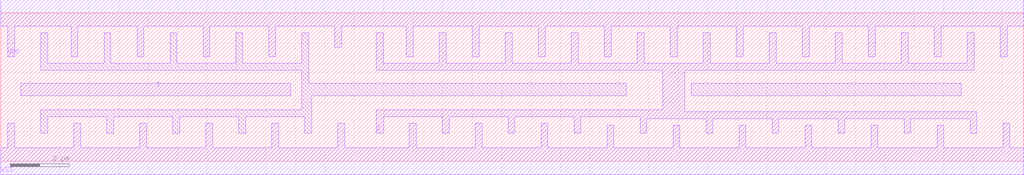
<source format=lef>
# Copyright 2022 GlobalFoundries PDK Authors
#
# Licensed under the Apache License, Version 2.0 (the "License");
# you may not use this file except in compliance with the License.
# You may obtain a copy of the License at
#
#      http://www.apache.org/licenses/LICENSE-2.0
#
# Unless required by applicable law or agreed to in writing, software
# distributed under the License is distributed on an "AS IS" BASIS,
# WITHOUT WARRANTIES OR CONDITIONS OF ANY KIND, either express or implied.
# See the License for the specific language governing permissions and
# limitations under the License.

MACRO gf180mcu_fd_sc_mcu9t5v0__clkbuf_20
  CLASS core ;
  FOREIGN gf180mcu_fd_sc_mcu9t5v0__clkbuf_20 0.0 0.0 ;
  ORIGIN 0 0 ;
  SYMMETRY X Y ;
  SITE GF018hv5v_green_sc9 ;
  SIZE 34.72 BY 5.04 ;
  PIN I
    DIRECTION INPUT ;
    ANTENNAGATEAREA 13.53 ;
    PORT
      LAYER METAL1 ;
        POLYGON 0.685 2.215 9.845 2.215 9.845 2.65 0.685 2.65  ;
    END
  END I
  PIN Z
    DIRECTION OUTPUT ;
    ANTENNADIFFAREA 15.506 ;
    PORT
      LAYER METAL1 ;
        POLYGON 12.745 3.09 21.225 3.09 22.465 3.09 22.465 1.745 12.745 1.745 12.745 0.945 13.005 0.945 13.005 1.515 14.985 1.515 14.985 0.945 15.215 0.945 15.215 1.515 17.225 1.515 17.225 0.945 17.455 0.945 17.455 1.515 19.465 1.515 19.465 0.945 19.695 0.945 19.695 1.515 21.705 1.515 21.705 0.945 21.935 0.945 21.935 1.445 23.945 1.445 23.945 0.945 24.175 0.945 24.175 1.445 26.185 1.445 26.185 0.945 26.415 0.945 26.415 1.445 28.425 1.445 28.425 0.945 28.655 0.945 28.655 1.445 30.665 1.445 30.665 0.945 30.895 0.945 30.895 1.445 32.905 1.445 32.905 0.945 33.135 0.945 33.135 1.675 23.215 1.675 23.215 3.09 32.605 3.09 33.035 3.09 33.035 4.36 32.805 4.36 32.805 3.32 32.605 3.32 30.795 3.32 30.795 4.36 30.565 4.36 30.565 3.32 28.555 3.32 28.555 4.36 28.325 4.36 28.325 3.32 26.315 3.32 26.315 4.36 26.085 4.36 26.085 3.32 24.075 3.32 24.075 4.36 23.845 4.36 23.845 3.32 21.835 3.32 21.835 4.36 21.605 4.36 21.605 3.32 21.225 3.32 19.595 3.32 19.595 4.36 19.365 4.36 19.365 3.32 17.355 3.32 17.355 4.36 17.125 4.36 17.125 3.32 15.115 3.32 15.115 4.36 14.885 4.36 14.885 3.32 12.975 3.32 12.975 4.36 12.745 4.36  ;
    END
  END Z
  PIN VDD
    DIRECTION INOUT ;
    USE power ;
    SHAPE ABUTMENT ;
    PORT
      LAYER METAL1 ;
        POLYGON 0 4.59 0.245 4.59 0.245 3.55 0.475 3.55 0.475 4.59 2.385 4.59 2.385 3.55 2.615 3.55 2.615 4.59 4.625 4.59 4.625 3.55 4.855 3.55 4.855 4.59 6.865 4.59 6.865 3.55 7.095 3.55 7.095 4.59 9.105 4.59 9.105 3.55 9.335 3.55 9.335 4.59 11.345 4.59 11.345 3.875 11.575 3.875 11.575 4.59 13.765 4.59 13.765 3.55 13.995 3.55 13.995 4.59 16.005 4.59 16.005 3.55 16.235 3.55 16.235 4.59 18.245 4.59 18.245 3.55 18.475 3.55 18.475 4.59 20.485 4.59 20.485 3.55 20.715 3.55 20.715 4.59 21.225 4.59 22.725 4.59 22.725 3.55 22.955 3.55 22.955 4.59 24.965 4.59 24.965 3.55 25.195 3.55 25.195 4.59 27.205 4.59 27.205 3.55 27.435 3.55 27.435 4.59 29.445 4.59 29.445 3.55 29.675 3.55 29.675 4.59 31.685 4.59 31.685 3.55 31.915 3.55 31.915 4.59 32.605 4.59 33.925 4.59 33.925 3.55 34.155 3.55 34.155 4.59 34.72 4.59 34.72 5.49 32.605 5.49 21.225 5.49 0 5.49  ;
    END
  END VDD
  PIN VSS
    DIRECTION INOUT ;
    USE ground ;
    SHAPE ABUTMENT ;
    PORT
      LAYER METAL1 ;
        POLYGON 0 -0.45 34.72 -0.45 34.72 0.45 34.255 0.45 34.255 1.285 34.025 1.285 34.025 0.45 32.015 0.45 32.015 1.215 31.785 1.215 31.785 0.45 29.775 0.45 29.775 1.215 29.545 1.215 29.545 0.45 27.535 0.45 27.535 1.215 27.305 1.215 27.305 0.45 25.295 0.45 25.295 1.215 25.065 1.215 25.065 0.45 23.055 0.45 23.055 1.215 22.825 1.215 22.825 0.45 20.815 0.45 20.815 1.215 20.585 1.215 20.585 0.45 18.575 0.45 18.575 1.285 18.345 1.285 18.345 0.45 16.335 0.45 16.335 1.285 16.105 1.285 16.105 0.45 14.095 0.45 14.095 1.285 13.865 1.285 13.865 0.45 11.675 0.45 11.675 1.285 11.445 1.285 11.445 0.45 9.435 0.45 9.435 1.285 9.205 1.285 9.205 0.45 7.195 0.45 7.195 1.285 6.965 1.285 6.965 0.45 4.955 0.45 4.955 1.285 4.725 1.285 4.725 0.45 2.715 0.45 2.715 1.285 2.485 1.285 2.485 0.45 0.475 0.45 0.475 1.285 0.245 1.285 0.245 0.45 0 0.45  ;
    END
  END VSS
  OBS
      LAYER METAL1 ;
        POLYGON 1.365 3.09 10.225 3.09 10.225 1.745 1.365 1.745 1.365 0.945 1.595 0.945 1.595 1.515 3.605 1.515 3.605 0.945 3.835 0.945 3.835 1.515 5.845 1.515 5.845 0.945 6.075 0.945 6.075 1.515 8.085 1.515 8.085 0.945 8.315 0.945 8.315 1.515 10.325 1.515 10.325 0.945 10.555 0.945 10.555 2.215 21.225 2.215 21.225 2.65 10.455 2.65 10.455 4.36 10.225 4.36 10.225 3.32 8.215 3.32 8.215 4.36 7.985 4.36 7.985 3.32 5.975 3.32 5.975 4.36 5.745 4.36 5.745 3.32 3.735 3.32 3.735 4.36 3.505 4.36 3.505 3.32 1.595 3.32 1.595 4.36 1.365 4.36  ;
        POLYGON 23.445 2.215 32.605 2.215 32.605 2.65 23.445 2.65  ;
  END
END gf180mcu_fd_sc_mcu9t5v0__clkbuf_20

</source>
